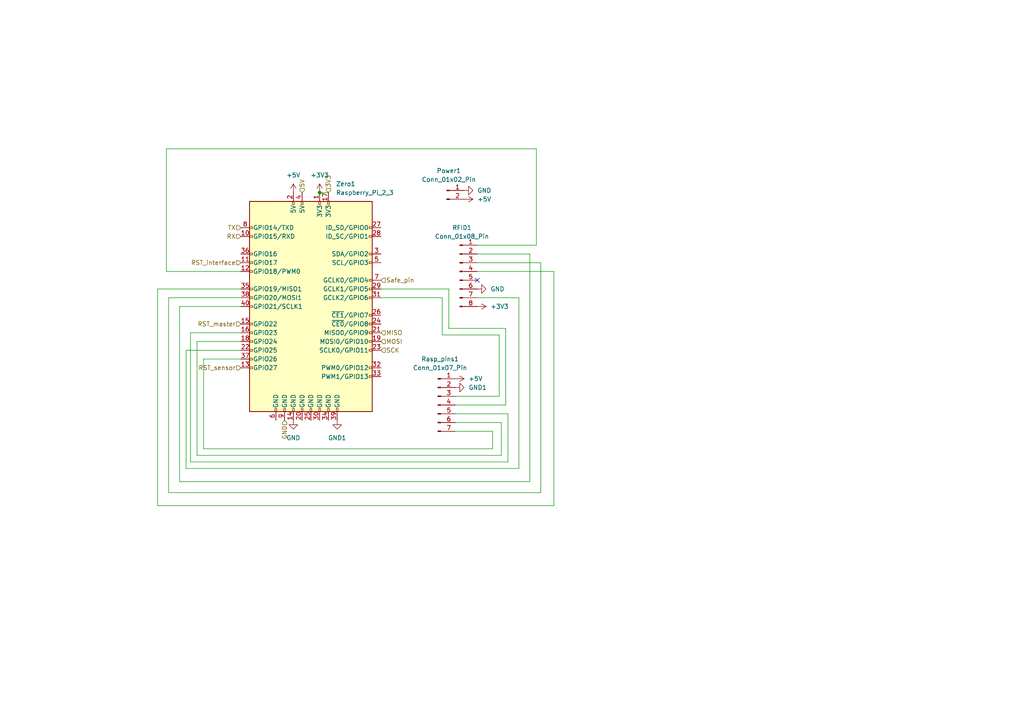
<source format=kicad_sch>
(kicad_sch (version 20230121) (generator eeschema)
  (paper "A4")
  (lib_symbols
    (symbol "Connector:Conn_01x02_Pin" (pin_names (offset 1.016) hide)
      (property "Reference" "J" (at 0 2.54 0))
      (property "Value" "Conn_01x02_Pin" (at 0 -5.08 0))
      (symbol "Conn_01x02_Pin_1_1"
        (polyline (pts (xy 1.27 -2.54) (xy 0.8636 -2.54)) (stroke (width 0.1524)))
        (polyline (pts (xy 1.27 0) (xy 0.8636 0)) (stroke (width 0.1524)))
        (rectangle (start 0.8636 -2.413) (end 0 -2.667) (stroke (width 0.1524)) (fill (type outline)))
        (rectangle (start 0.8636 0.127) (end 0 -0.127) (stroke (width 0.1524)) (fill (type outline)))
        (pin passive line (at 5.08 0 180) (length 3.81) (name "Pin_1") (number "1"))
        (pin passive line (at 5.08 -2.54 180) (length 3.81) (name "Pin_2") (number "2"))
      )
    )
    (symbol "Connector:Conn_01x07_Pin" (pin_names (offset 1.016) hide)
      (property "Reference" "J" (at 0 10.16 0))
      (property "Value" "Conn_01x07_Pin" (at 0 -10.16 0))
      (symbol "Conn_01x07_Pin_1_1"
        (polyline (pts (xy 1.27 -7.62) (xy 0.8636 -7.62)) (stroke (width 0.1524)))
        (polyline (pts (xy 1.27 -5.08) (xy 0.8636 -5.08)) (stroke (width 0.1524)))
        (polyline (pts (xy 1.27 -2.54) (xy 0.8636 -2.54)) (stroke (width 0.1524)))
        (polyline (pts (xy 1.27 0) (xy 0.8636 0)) (stroke (width 0.1524)))
        (polyline (pts (xy 1.27 2.54) (xy 0.8636 2.54)) (stroke (width 0.1524)))
        (polyline (pts (xy 1.27 5.08) (xy 0.8636 5.08)) (stroke (width 0.1524)))
        (polyline (pts (xy 1.27 7.62) (xy 0.8636 7.62)) (stroke (width 0.1524)))
        (rectangle (start 0.8636 -7.493) (end 0 -7.747) (stroke (width 0.1524)) (fill (type outline)))
        (rectangle (start 0.8636 -4.953) (end 0 -5.207) (stroke (width 0.1524)) (fill (type outline)))
        (rectangle (start 0.8636 -2.413) (end 0 -2.667) (stroke (width 0.1524)) (fill (type outline)))
        (rectangle (start 0.8636 0.127) (end 0 -0.127) (stroke (width 0.1524)) (fill (type outline)))
        (rectangle (start 0.8636 2.667) (end 0 2.413) (stroke (width 0.1524)) (fill (type outline)))
        (rectangle (start 0.8636 5.207) (end 0 4.953) (stroke (width 0.1524)) (fill (type outline)))
        (rectangle (start 0.8636 7.747) (end 0 7.493) (stroke (width 0.1524)) (fill (type outline)))
        (pin passive line (at 5.08 7.62 180) (length 3.81) (name "Pin_1") (number "1"))
        (pin passive line (at 5.08 5.08 180) (length 3.81) (name "Pin_2") (number "2"))
        (pin passive line (at 5.08 2.54 180) (length 3.81) (name "Pin_3") (number "3"))
        (pin passive line (at 5.08 0 180) (length 3.81) (name "Pin_4") (number "4"))
        (pin passive line (at 5.08 -2.54 180) (length 3.81) (name "Pin_5") (number "5"))
        (pin passive line (at 5.08 -5.08 180) (length 3.81) (name "Pin_6") (number "6"))
        (pin passive line (at 5.08 -7.62 180) (length 3.81) (name "Pin_7") (number "7"))
      )
    )
    (symbol "Connector:Conn_01x08_Pin" (pin_names (offset 1.016) hide)
      (property "Reference" "J" (at 0 10.16 0))
      (property "Value" "Conn_01x08_Pin" (at 0 -12.7 0))
      (symbol "Conn_01x08_Pin_1_1"
        (polyline (pts (xy 1.27 -10.16) (xy 0.8636 -10.16)) (stroke (width 0.1524)))
        (polyline (pts (xy 1.27 -7.62) (xy 0.8636 -7.62)) (stroke (width 0.1524)))
        (polyline (pts (xy 1.27 -5.08) (xy 0.8636 -5.08)) (stroke (width 0.1524)))
        (polyline (pts (xy 1.27 -2.54) (xy 0.8636 -2.54)) (stroke (width 0.1524)))
        (polyline (pts (xy 1.27 0) (xy 0.8636 0)) (stroke (width 0.1524)))
        (polyline (pts (xy 1.27 2.54) (xy 0.8636 2.54)) (stroke (width 0.1524)))
        (polyline (pts (xy 1.27 5.08) (xy 0.8636 5.08)) (stroke (width 0.1524)))
        (polyline (pts (xy 1.27 7.62) (xy 0.8636 7.62)) (stroke (width 0.1524)))
        (rectangle (start 0.8636 -10.033) (end 0 -10.287) (stroke (width 0.1524)) (fill (type outline)))
        (rectangle (start 0.8636 -7.493) (end 0 -7.747) (stroke (width 0.1524)) (fill (type outline)))
        (rectangle (start 0.8636 -4.953) (end 0 -5.207) (stroke (width 0.1524)) (fill (type outline)))
        (rectangle (start 0.8636 -2.413) (end 0 -2.667) (stroke (width 0.1524)) (fill (type outline)))
        (rectangle (start 0.8636 0.127) (end 0 -0.127) (stroke (width 0.1524)) (fill (type outline)))
        (rectangle (start 0.8636 2.667) (end 0 2.413) (stroke (width 0.1524)) (fill (type outline)))
        (rectangle (start 0.8636 5.207) (end 0 4.953) (stroke (width 0.1524)) (fill (type outline)))
        (rectangle (start 0.8636 7.747) (end 0 7.493) (stroke (width 0.1524)) (fill (type outline)))
        (pin passive line (at 5.08 7.62 180) (length 3.81) (name "Pin_1") (number "1"))
        (pin passive line (at 5.08 5.08 180) (length 3.81) (name "Pin_2") (number "2"))
        (pin passive line (at 5.08 2.54 180) (length 3.81) (name "Pin_3") (number "3"))
        (pin passive line (at 5.08 0 180) (length 3.81) (name "Pin_4") (number "4"))
        (pin passive line (at 5.08 -2.54 180) (length 3.81) (name "Pin_5") (number "5"))
        (pin passive line (at 5.08 -5.08 180) (length 3.81) (name "Pin_6") (number "6"))
        (pin passive line (at 5.08 -7.62 180) (length 3.81) (name "Pin_7") (number "7"))
        (pin passive line (at 5.08 -10.16 180) (length 3.81) (name "Pin_8") (number "8"))
      )
    )
    (symbol "Connector:Raspberry_Pi_2_3" (pin_names (offset 1.016))
      (property "Reference" "J" (at -17.78 31.75 0))
      (property "Value" "Raspberry_Pi_2_3" (at 10.16 -31.75 0))
      (symbol "Raspberry_Pi_2_3_0_1"
        (rectangle (start -17.78 30.48) (end 17.78 -30.48) (stroke (width 0.254)) (fill (type background)))
      )
      (symbol "Raspberry_Pi_2_3_1_1"
        (rectangle (start -16.891 -17.526) (end -17.78 -18.034))
        (rectangle (start -16.891 -14.986) (end -17.78 -15.494))
        (rectangle (start -16.891 -12.446) (end -17.78 -12.954))
        (rectangle (start -16.891 -9.906) (end -17.78 -10.414))
        (rectangle (start -16.891 -7.366) (end -17.78 -7.874))
        (rectangle (start -16.891 -4.826) (end -17.78 -5.334))
        (rectangle (start -16.891 0.254) (end -17.78 -0.254))
        (rectangle (start -16.891 2.794) (end -17.78 2.286))
        (rectangle (start -16.891 5.334) (end -17.78 4.826))
        (rectangle (start -16.891 10.414) (end -17.78 9.906))
        (rectangle (start -16.891 12.954) (end -17.78 12.446))
        (rectangle (start -16.891 15.494) (end -17.78 14.986))
        (rectangle (start -16.891 20.574) (end -17.78 20.066))
        (rectangle (start -16.891 23.114) (end -17.78 22.606))
        (rectangle (start -10.414 -29.591) (end -9.906 -30.48))
        (rectangle (start -7.874 -29.591) (end -7.366 -30.48))
        (rectangle (start -5.334 -29.591) (end -4.826 -30.48))
        (rectangle (start -5.334 30.48) (end -4.826 29.591))
        (rectangle (start -2.794 -29.591) (end -2.286 -30.48))
        (rectangle (start -2.794 30.48) (end -2.286 29.591))
        (rectangle (start -0.254 -29.591) (end 0.254 -30.48))
        (rectangle (start 2.286 -29.591) (end 2.794 -30.48))
        (rectangle (start 2.286 30.48) (end 2.794 29.591))
        (rectangle (start 4.826 -29.591) (end 5.334 -30.48))
        (rectangle (start 4.826 30.48) (end 5.334 29.591))
        (rectangle (start 7.366 -29.591) (end 7.874 -30.48))
        (rectangle (start 17.78 -20.066) (end 16.891 -20.574))
        (rectangle (start 17.78 -17.526) (end 16.891 -18.034))
        (rectangle (start 17.78 -12.446) (end 16.891 -12.954))
        (rectangle (start 17.78 -9.906) (end 16.891 -10.414))
        (rectangle (start 17.78 -7.366) (end 16.891 -7.874))
        (rectangle (start 17.78 -4.826) (end 16.891 -5.334))
        (rectangle (start 17.78 -2.286) (end 16.891 -2.794))
        (rectangle (start 17.78 2.794) (end 16.891 2.286))
        (rectangle (start 17.78 5.334) (end 16.891 4.826))
        (rectangle (start 17.78 7.874) (end 16.891 7.366))
        (rectangle (start 17.78 12.954) (end 16.891 12.446))
        (rectangle (start 17.78 15.494) (end 16.891 14.986))
        (rectangle (start 17.78 20.574) (end 16.891 20.066))
        (rectangle (start 17.78 23.114) (end 16.891 22.606))
        (pin power_in line (at 2.54 33.02 270) (length 2.54) (name "3V3") (number "1"))
        (pin bidirectional line (at -20.32 20.32 0) (length 2.54) (name "GPIO15/RXD") (number "10"))
        (pin bidirectional line (at -20.32 12.7 0) (length 2.54) (name "GPIO17") (number "11"))
        (pin bidirectional line (at -20.32 10.16 0) (length 2.54) (name "GPIO18/PWM0") (number "12"))
        (pin bidirectional line (at -20.32 -17.78 0) (length 2.54) (name "GPIO27") (number "13"))
        (pin power_in line (at -5.08 -33.02 90) (length 2.54) (name "GND") (number "14"))
        (pin bidirectional line (at -20.32 -5.08 0) (length 2.54) (name "GPIO22") (number "15"))
        (pin bidirectional line (at -20.32 -7.62 0) (length 2.54) (name "GPIO23") (number "16"))
        (pin power_in line (at 5.08 33.02 270) (length 2.54) (name "3V3") (number "17"))
        (pin bidirectional line (at -20.32 -10.16 0) (length 2.54) (name "GPIO24") (number "18"))
        (pin bidirectional line (at 20.32 -10.16 180) (length 2.54) (name "MOSI0/GPIO10") (number "19"))
        (pin power_in line (at -5.08 33.02 270) (length 2.54) (name "5V") (number "2"))
        (pin power_in line (at -2.54 -33.02 90) (length 2.54) (name "GND") (number "20"))
        (pin bidirectional line (at 20.32 -7.62 180) (length 2.54) (name "MISO0/GPIO9") (number "21"))
        (pin bidirectional line (at -20.32 -12.7 0) (length 2.54) (name "GPIO25") (number "22"))
        (pin bidirectional line (at 20.32 -12.7 180) (length 2.54) (name "SCLK0/GPIO11") (number "23"))
        (pin bidirectional line (at 20.32 -5.08 180) (length 2.54) (name "~{CE0}/GPIO8") (number "24"))
        (pin power_in line (at 0 -33.02 90) (length 2.54) (name "GND") (number "25"))
        (pin bidirectional line (at 20.32 -2.54 180) (length 2.54) (name "~{CE1}/GPIO7") (number "26"))
        (pin bidirectional line (at 20.32 22.86 180) (length 2.54) (name "ID_SD/GPIO0") (number "27"))
        (pin bidirectional line (at 20.32 20.32 180) (length 2.54) (name "ID_SC/GPIO1") (number "28"))
        (pin bidirectional line (at 20.32 5.08 180) (length 2.54) (name "GCLK1/GPIO5") (number "29"))
        (pin bidirectional line (at 20.32 15.24 180) (length 2.54) (name "SDA/GPIO2") (number "3"))
        (pin power_in line (at 2.54 -33.02 90) (length 2.54) (name "GND") (number "30"))
        (pin bidirectional line (at 20.32 2.54 180) (length 2.54) (name "GCLK2/GPIO6") (number "31"))
        (pin bidirectional line (at 20.32 -17.78 180) (length 2.54) (name "PWM0/GPIO12") (number "32"))
        (pin bidirectional line (at 20.32 -20.32 180) (length 2.54) (name "PWM1/GPIO13") (number "33"))
        (pin power_in line (at 5.08 -33.02 90) (length 2.54) (name "GND") (number "34"))
        (pin bidirectional line (at -20.32 5.08 0) (length 2.54) (name "GPIO19/MISO1") (number "35"))
        (pin bidirectional line (at -20.32 15.24 0) (length 2.54) (name "GPIO16") (number "36"))
        (pin bidirectional line (at -20.32 -15.24 0) (length 2.54) (name "GPIO26") (number "37"))
        (pin bidirectional line (at -20.32 2.54 0) (length 2.54) (name "GPIO20/MOSI1") (number "38"))
        (pin power_in line (at 7.62 -33.02 90) (length 2.54) (name "GND") (number "39"))
        (pin power_in line (at -2.54 33.02 270) (length 2.54) (name "5V") (number "4"))
        (pin bidirectional line (at -20.32 0 0) (length 2.54) (name "GPIO21/SCLK1") (number "40"))
        (pin bidirectional line (at 20.32 12.7 180) (length 2.54) (name "SCL/GPIO3") (number "5"))
        (pin power_in line (at -10.16 -33.02 90) (length 2.54) (name "GND") (number "6"))
        (pin bidirectional line (at 20.32 7.62 180) (length 2.54) (name "GCLK0/GPIO4") (number "7"))
        (pin bidirectional line (at -20.32 22.86 0) (length 2.54) (name "GPIO14/TXD") (number "8"))
        (pin power_in line (at -7.62 -33.02 90) (length 2.54) (name "GND") (number "9"))
      )
    )
    (symbol "power:+3V3" (power) (pin_names (offset 0))
      (property "Value" "+3V3" (at 0 3.556 0))
      (symbol "+3V3_0_1"
        (polyline (pts (xy -0.762 1.27) (xy 0 2.54)))
        (polyline (pts (xy 0 0) (xy 0 2.54)))
        (polyline (pts (xy 0 2.54) (xy 0.762 1.27)))
      )
      (symbol "+3V3_1_1"
        (pin power_in line (at 0 0 90) (length 0) hide (name "+3V3") (number "1"))
      )
    )
    (symbol "power:+5V" (power) (pin_names (offset 0))
      (property "Value" "+5V" (at 0 3.556 0))
      (symbol "+5V_0_1"
        (polyline (pts (xy -0.762 1.27) (xy 0 2.54)))
        (polyline (pts (xy 0 0) (xy 0 2.54)))
        (polyline (pts (xy 0 2.54) (xy 0.762 1.27)))
      )
      (symbol "+5V_1_1"
        (pin power_in line (at 0 0 90) (length 0) hide (name "+5V") (number "1"))
      )
    )
    (symbol "power:GND" (power) (pin_names (offset 0))
      (property "Value" "GND" (at 0 -3.81 0))
      (symbol "GND_0_1"
        (polyline (pts (xy 0 0) (xy 0 -1.27) (xy 1.27 -1.27) (xy 0 -2.54) (xy -1.27 -1.27) (xy 0 -1.27)))
      )
      (symbol "GND_1_1"
        (pin power_in line (at 0 0 270) (length 0) hide (name "GND") (number "1"))
      )
    )
    (symbol "power:GND1" (power) (pin_names (offset 0))
      (property "Value" "GND1" (at 0 -3.81 0))
      (symbol "GND1_0_1"
        (polyline (pts (xy 0 0) (xy 0 -1.27) (xy 1.27 -1.27) (xy 0 -2.54) (xy -1.27 -1.27) (xy 0 -1.27)))
      )
      (symbol "GND1_1_1"
        (pin power_in line (at 0 0 270) (length 0) hide (name "GND1") (number "1"))
      )
    )
  )
  (junction (at 92.71 55.88))
  (no_connect (at 138.43 81.28))
  (wire (pts (xy 59.055 130.175) (xy 142.875 130.175)))
  (wire (pts (xy 48.26 78.74) (xy 48.26 43.18)))
  (wire (pts (xy 48.26 43.18) (xy 155.575 43.18)))
  (wire (pts (xy 69.85 88.9) (xy 52.07 88.9)))
  (wire (pts (xy 69.85 104.14) (xy 59.055 104.14)))
  (wire (pts (xy 155.575 43.18) (xy 155.575 71.12)))
  (wire (pts (xy 147.32 133.985) (xy 147.32 120.015)))
  (wire (pts (xy 128.27 86.36) (xy 128.27 97.155)))
  (wire (pts (xy 45.72 146.685) (xy 160.655 146.685)))
  (wire (pts (xy 146.685 95.25) (xy 146.685 117.475)))
  (wire (pts (xy 69.85 96.52) (xy 55.245 96.52)))
  (wire (pts (xy 57.15 132.08) (xy 145.415 132.08)))
  (wire (pts (xy 150.495 135.89) (xy 53.975 135.89)))
  (wire (pts (xy 130.175 83.82) (xy 130.175 95.25)))
  (wire (pts (xy 57.15 99.06) (xy 57.15 132.08)))
  (wire (pts (xy 144.78 114.935) (xy 132.08 114.935)))
  (wire (pts (xy 59.055 104.14) (xy 59.055 130.175)))
  (wire (pts (xy 144.78 97.155) (xy 144.78 114.935)))
  (wire (pts (xy 145.415 122.555) (xy 132.08 122.555)))
  (wire (pts (xy 128.27 97.155) (xy 144.78 97.155)))
  (wire (pts (xy 110.49 86.36) (xy 128.27 86.36)))
  (wire (pts (xy 153.67 73.66) (xy 138.43 73.66)))
  (wire (pts (xy 142.875 125.095) (xy 132.08 125.095)))
  (wire (pts (xy 110.49 83.82) (xy 130.175 83.82)))
  (wire (pts (xy 48.895 86.36) (xy 48.895 142.875)))
  (wire (pts (xy 69.85 99.06) (xy 57.15 99.06)))
  (wire (pts (xy 55.245 133.985) (xy 147.32 133.985)))
  (wire (pts (xy 69.85 83.82) (xy 45.72 83.82)))
  (wire (pts (xy 45.72 83.82) (xy 45.72 146.685)))
  (wire (pts (xy 147.32 120.015) (xy 132.08 120.015)))
  (wire (pts (xy 160.655 146.685) (xy 160.655 78.74)))
  (wire (pts (xy 69.85 86.36) (xy 48.895 86.36)))
  (wire (pts (xy 150.495 86.36) (xy 150.495 135.89)))
  (wire (pts (xy 130.175 95.25) (xy 146.685 95.25)))
  (wire (pts (xy 69.85 78.74) (xy 48.26 78.74)))
  (wire (pts (xy 53.975 101.6) (xy 69.85 101.6)))
  (wire (pts (xy 92.71 55.88) (xy 95.25 55.88)))
  (wire (pts (xy 153.67 139.7) (xy 153.67 73.66)))
  (wire (pts (xy 156.845 76.2) (xy 138.43 76.2)))
  (wire (pts (xy 145.415 132.08) (xy 145.415 122.555)))
  (wire (pts (xy 142.875 130.175) (xy 142.875 125.095)))
  (wire (pts (xy 52.07 88.9) (xy 52.07 139.7)))
  (wire (pts (xy 146.685 117.475) (xy 132.08 117.475)))
  (wire (pts (xy 52.07 139.7) (xy 153.67 139.7)))
  (wire (pts (xy 48.895 142.875) (xy 156.845 142.875)))
  (wire (pts (xy 138.43 86.36) (xy 150.495 86.36)))
  (wire (pts (xy 155.575 71.12) (xy 138.43 71.12)))
  (wire (pts (xy 156.845 142.875) (xy 156.845 76.2)))
  (wire (pts (xy 55.245 96.52) (xy 55.245 133.985)))
  (wire (pts (xy 160.655 78.74) (xy 138.43 78.74)))
  (wire (pts (xy 53.975 135.89) (xy 53.975 101.6)))
  (hierarchical_label "Safe_pin" (shape input) (at 110.49 81.28 0))
  (hierarchical_label "RX" (shape input) (at 69.85 68.58 180))
  (hierarchical_label "MISO" (shape input) (at 110.49 96.52 0))
  (hierarchical_label "TX" (shape input) (at 69.85 66.04 180))
  (hierarchical_label "MOSI" (shape input) (at 110.49 99.06 0))
  (hierarchical_label "SCK" (shape input) (at 110.49 101.6 0))
  (hierarchical_label "GND" (shape input) (at 82.55 121.92 270))
  (hierarchical_label "RST_master" (shape input) (at 69.85 93.98 180))
  (hierarchical_label "3V3" (shape input) (at 95.25 55.88 90))
  (hierarchical_label "RST_sensor" (shape input) (at 69.85 106.68 180))
  (hierarchical_label "RST_interface" (shape input) (at 69.85 76.2 180))
  (hierarchical_label "5V" (shape input) (at 87.63 55.88 90))
  (symbol (lib_id "power:+3V3") (at 92.71 55.88 0) (unit 1)
    (property "Reference" "#PWR028" (effects hide))
    (property "Value" "+3V3" (at 92.71 50.8 0))
  )
  (symbol (lib_id "power:+5V") (at 132.08 109.855 270) (unit 1)
    (property "Reference" "#PWR034" (effects hide))
    (property "Value" "+5V" (at 135.89 109.855 90) (effects (justify left)))
  )
  (symbol (lib_id "Connector:Conn_01x08_Pin") (at 133.35 78.74 0) (unit 1) (in_bom no)
    (property "Reference" "RFID1" (at 133.985 66.04 0))
    (property "Value" "Conn_01x08_Pin" (at 133.985 68.58 0))
    (property "Footprint" "Connector_PinSocket_2.54mm:PinSocket_1x08_P2.54mm_Vertical" (effects hide))
  )
  (symbol (lib_id "power:+5V") (at 134.62 57.785 270) (unit 1)
    (property "Reference" "#PWR038" (effects hide))
    (property "Value" "+5V" (at 138.43 57.785 90) (effects (justify left)))
  )
  (symbol (lib_id "power:+3V3") (at 138.43 88.9 270) (unit 1)
    (property "Reference" "#PWR027" (effects hide))
    (property "Value" "+3V3" (at 142.24 88.9 90) (effects (justify left)))
  )
  (symbol (lib_id "Connector:Raspberry_Pi_2_3") (at 90.17 88.9 0) (unit 1) (in_bom no)
    (property "Reference" "Zero1" (at 97.4441 53.34 0) (effects (justify left)))
    (property "Value" "Raspberry_Pi_2_3" (at 97.4441 55.88 0) (effects (justify left)))
    (property "Footprint" "Raspberry:RaspberryPi_zero" (effects hide))
    (property "Datasheet" "https://www.raspberrypi.org/documentation/hardware/raspberrypi/schematics/rpi_SCH_3bplus_1p0_reduced.pdf" (effects hide))
  )
  (symbol (lib_id "power:GND") (at 138.43 83.82 90) (unit 1)
    (property "Reference" "#PWR029" (effects hide))
    (property "Value" "GND" (at 142.24 83.82 90) (effects (justify right)))
  )
  (symbol (lib_id "power:GND") (at 134.62 55.245 90) (unit 1)
    (property "Reference" "#PWR037" (effects hide))
    (property "Value" "GND" (at 138.43 55.245 90) (effects (justify right)))
  )
  (symbol (lib_id "power:GND1") (at 132.08 112.395 90) (unit 1)
    (property "Reference" "#PWR036" (effects hide))
    (property "Value" "GND1" (at 135.89 112.395 90) (effects (justify right)))
  )
  (symbol (lib_id "power:GND") (at 85.09 121.92 0) (unit 1)
    (property "Reference" "#PWR030" (effects hide))
    (property "Value" "GND" (at 85.09 127 0))
  )
  (symbol (lib_id "power:+5V") (at 85.09 55.88 0) (unit 1)
    (property "Reference" "#PWR033" (effects hide))
    (property "Value" "+5V" (at 85.09 50.8 0))
  )
  (symbol (lib_id "Connector:Conn_01x02_Pin") (at 129.54 55.245 0) (unit 1) (in_bom no)
    (property "Reference" "Power1" (at 130.175 49.53 0))
    (property "Value" "Conn_01x02_Pin" (at 130.175 52.07 0))
    (property "Footprint" "Connector_Samtec_HPM_THT:Samtec_HPM-02-01-x-S_Straight_1x02_Pitch5.08mm" (effects hide))
  )
  (symbol (lib_id "power:GND1") (at 97.79 121.92 0) (unit 1)
    (property "Reference" "#PWR035" (effects hide))
    (property "Value" "GND1" (at 97.79 127 0))
  )
  (symbol (lib_id "Connector:Conn_01x07_Pin") (at 127 117.475 0) (unit 1) (in_bom no)
    (property "Reference" "Rasp_pins1" (at 127.635 104.14 0))
    (property "Value" "Conn_01x07_Pin" (at 127.635 106.68 0))
    (property "Footprint" "Connector_PinSocket_2.54mm:PinSocket_1x07_P2.54mm_Vertical" (effects hide))
  )
)
</source>
